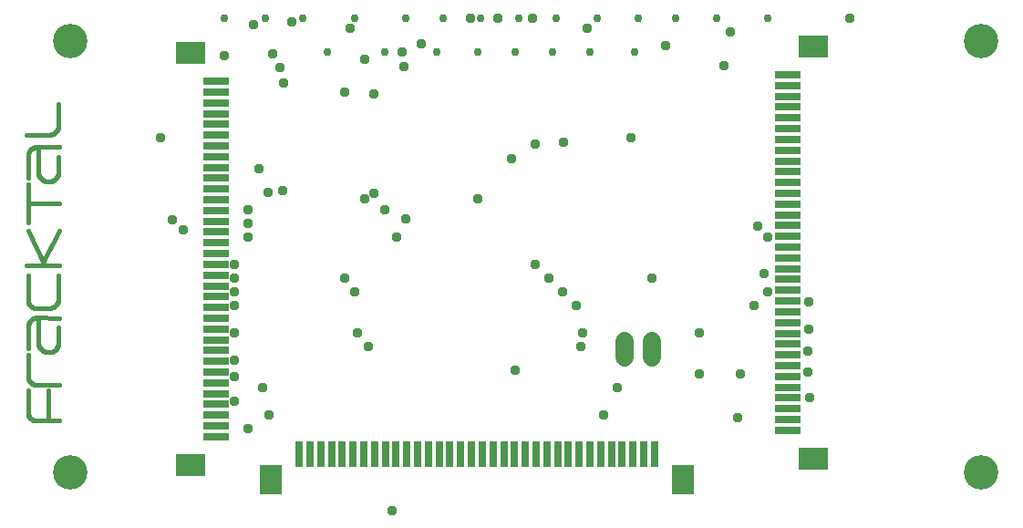
<source format=gbr>
G04 EAGLE Gerber RS-274X export*
G75*
%MOMM*%
%FSLAX34Y34*%
%LPD*%
%INSoldermask Top*%
%IPPOS*%
%AMOC8*
5,1,8,0,0,1.08239X$1,22.5*%
G01*
%ADD10C,3.203194*%
%ADD11R,0.803200X2.403200*%
%ADD12R,2.003200X2.803200*%
%ADD13R,2.403200X0.803200*%
%ADD14R,2.803200X2.003200*%
%ADD15C,0.762000*%
%ADD16C,0.406400*%
%ADD17C,1.727200*%
%ADD18C,0.959600*%


D10*
X164815Y536866D03*
X1011025Y536866D03*
X1011025Y136866D03*
X164815Y136866D03*
D11*
X417505Y153595D03*
X407505Y153595D03*
X427505Y153595D03*
X397505Y153595D03*
D12*
X733505Y129595D03*
X351505Y129595D03*
D11*
X387505Y153595D03*
X377505Y153595D03*
X437505Y153595D03*
X447505Y153595D03*
X457505Y153595D03*
X467505Y153595D03*
X477505Y153595D03*
X487505Y153595D03*
X497505Y153595D03*
X507505Y153595D03*
X517505Y153595D03*
X527505Y153595D03*
X537505Y153595D03*
X547505Y153595D03*
X557505Y153595D03*
X567505Y153595D03*
X577505Y153595D03*
X587505Y153595D03*
X597505Y153595D03*
X607505Y153595D03*
X617505Y153595D03*
X627505Y153595D03*
X637505Y153595D03*
X647505Y153595D03*
X657505Y153595D03*
X667505Y153595D03*
X677505Y153595D03*
X687505Y153595D03*
X697505Y153595D03*
X707505Y153595D03*
D13*
X300400Y459900D03*
X300400Y469900D03*
X300400Y449900D03*
X300400Y479900D03*
D14*
X276400Y143900D03*
X276400Y525900D03*
D13*
X300400Y489900D03*
X300400Y499900D03*
X300400Y439900D03*
X300400Y429900D03*
X300400Y419900D03*
X300400Y409900D03*
X300400Y399900D03*
X300400Y389900D03*
X300400Y379900D03*
X300400Y369900D03*
X300400Y359900D03*
X300400Y349900D03*
X300400Y339900D03*
X300400Y329900D03*
X300400Y319900D03*
X300400Y309900D03*
X300400Y299900D03*
X300400Y289900D03*
X300400Y279900D03*
X300400Y269900D03*
X300400Y259900D03*
X300400Y249900D03*
X300400Y239900D03*
X300400Y229900D03*
X300400Y219900D03*
X300400Y209900D03*
X300400Y199900D03*
X300400Y189900D03*
X300400Y179900D03*
X300400Y169900D03*
X831070Y215870D03*
X831070Y205870D03*
X831070Y225870D03*
X831070Y195870D03*
D14*
X855070Y531870D03*
X855070Y149870D03*
D13*
X831070Y185870D03*
X831070Y175870D03*
X831070Y235870D03*
X831070Y245870D03*
X831070Y255870D03*
X831070Y265870D03*
X831070Y275870D03*
X831070Y285870D03*
X831070Y295870D03*
X831070Y305870D03*
X831070Y315870D03*
X831070Y325870D03*
X831070Y335870D03*
X831070Y345870D03*
X831070Y355870D03*
X831070Y365870D03*
X831070Y375870D03*
X831070Y385870D03*
X831070Y395870D03*
X831070Y405870D03*
X831070Y415870D03*
X831070Y425870D03*
X831070Y435870D03*
X831070Y445870D03*
X831070Y455870D03*
X831070Y465870D03*
X831070Y475870D03*
X831070Y485870D03*
X831070Y495870D03*
X831070Y505870D03*
D15*
X346075Y558800D03*
X381000Y558800D03*
X654050Y558800D03*
X615950Y558800D03*
X428625Y558800D03*
X457200Y527050D03*
X504825Y527050D03*
X542925Y527050D03*
X476250Y558800D03*
X727075Y558800D03*
X765175Y558800D03*
X812800Y558800D03*
X403225Y527050D03*
X577850Y527050D03*
X612775Y527050D03*
X647700Y527050D03*
X688975Y527050D03*
X546100Y558800D03*
X581025Y558800D03*
X511175Y558800D03*
X307975Y558800D03*
X692150Y558800D03*
D16*
X125857Y212852D02*
X125603Y193294D01*
X125603Y192532D01*
X125605Y192348D01*
X125612Y192164D01*
X125623Y191980D01*
X125639Y191797D01*
X125659Y191614D01*
X125683Y191431D01*
X125712Y191249D01*
X125745Y191068D01*
X125783Y190888D01*
X125824Y190708D01*
X125871Y190530D01*
X125921Y190353D01*
X125976Y190177D01*
X126035Y190003D01*
X126098Y189830D01*
X126166Y189659D01*
X126237Y189489D01*
X126313Y189321D01*
X126392Y189155D01*
X126476Y188991D01*
X126563Y188829D01*
X126655Y188669D01*
X126750Y188511D01*
X126849Y188356D01*
X126952Y188203D01*
X127058Y188053D01*
X127168Y187905D01*
X127282Y187760D01*
X127399Y187618D01*
X127519Y187479D01*
X127643Y187343D01*
X127770Y187209D01*
X127900Y187079D01*
X128034Y186952D01*
X128170Y186828D01*
X128309Y186708D01*
X128451Y186591D01*
X128596Y186477D01*
X128744Y186367D01*
X128894Y186261D01*
X129047Y186158D01*
X129202Y186059D01*
X129360Y185964D01*
X129520Y185872D01*
X129682Y185785D01*
X129846Y185701D01*
X130012Y185622D01*
X130180Y185546D01*
X130350Y185475D01*
X130521Y185407D01*
X130694Y185344D01*
X130868Y185285D01*
X131044Y185230D01*
X131221Y185180D01*
X131399Y185133D01*
X131579Y185092D01*
X131759Y185054D01*
X131940Y185021D01*
X132122Y184992D01*
X132305Y184968D01*
X132488Y184948D01*
X132671Y184932D01*
X132855Y184921D01*
X133039Y184914D01*
X133223Y184912D01*
X154559Y184912D01*
X144145Y187198D02*
X144145Y212852D01*
X125603Y226060D02*
X125603Y245618D01*
X125603Y226060D02*
X125605Y225863D01*
X125613Y225665D01*
X125625Y225469D01*
X125641Y225272D01*
X125663Y225076D01*
X125689Y224880D01*
X125720Y224685D01*
X125756Y224491D01*
X125796Y224298D01*
X125841Y224106D01*
X125891Y223915D01*
X125945Y223725D01*
X126004Y223537D01*
X126068Y223350D01*
X126136Y223165D01*
X126208Y222981D01*
X126285Y222800D01*
X126366Y222620D01*
X126452Y222442D01*
X126542Y222266D01*
X126636Y222093D01*
X126735Y221922D01*
X126837Y221753D01*
X126944Y221587D01*
X127054Y221424D01*
X127169Y221263D01*
X127287Y221105D01*
X127409Y220950D01*
X127535Y220798D01*
X127664Y220649D01*
X127797Y220504D01*
X127934Y220361D01*
X128074Y220222D01*
X128217Y220086D01*
X128364Y219954D01*
X128514Y219826D01*
X128666Y219701D01*
X128822Y219580D01*
X128981Y219462D01*
X129142Y219349D01*
X129306Y219240D01*
X129473Y219134D01*
X129643Y219033D01*
X129814Y218936D01*
X129988Y218843D01*
X130165Y218754D01*
X130343Y218669D01*
X130523Y218589D01*
X130705Y218513D01*
X130889Y218442D01*
X131075Y218375D01*
X131262Y218313D01*
X131451Y218255D01*
X131641Y218202D01*
X131832Y218154D01*
X132025Y218110D01*
X132218Y218071D01*
X132412Y218036D01*
X132608Y218007D01*
X132803Y217982D01*
X133000Y217961D01*
X133196Y217946D01*
X133393Y217935D01*
X133591Y217929D01*
X133788Y217928D01*
X133985Y217932D01*
X154559Y217678D01*
X125857Y251968D02*
X125857Y272288D01*
X125859Y272487D01*
X125867Y272685D01*
X125879Y272883D01*
X125896Y273081D01*
X125918Y273279D01*
X125944Y273476D01*
X125976Y273672D01*
X126012Y273867D01*
X126053Y274062D01*
X126098Y274255D01*
X126149Y274447D01*
X126204Y274638D01*
X126264Y274827D01*
X126328Y275015D01*
X126397Y275202D01*
X126470Y275386D01*
X126548Y275569D01*
X126631Y275750D01*
X126717Y275928D01*
X126808Y276105D01*
X126904Y276279D01*
X127003Y276451D01*
X127107Y276621D01*
X127215Y276787D01*
X127327Y276951D01*
X127443Y277113D01*
X127563Y277271D01*
X127686Y277427D01*
X127814Y277579D01*
X127945Y277728D01*
X128080Y277874D01*
X128218Y278017D01*
X128359Y278156D01*
X128505Y278292D01*
X128653Y278424D01*
X128804Y278553D01*
X128959Y278678D01*
X129116Y278799D01*
X129277Y278916D01*
X129440Y279029D01*
X129606Y279138D01*
X129775Y279243D01*
X129946Y279344D01*
X130120Y279440D01*
X130295Y279533D01*
X130474Y279621D01*
X130654Y279705D01*
X130836Y279784D01*
X131020Y279859D01*
X131206Y279929D01*
X131393Y279995D01*
X131582Y280056D01*
X131773Y280112D01*
X131964Y280164D01*
X132157Y280211D01*
X132352Y280253D01*
X132547Y280291D01*
X132742Y280324D01*
X132939Y280352D01*
X133136Y280375D01*
X133334Y280394D01*
X133532Y280407D01*
X133731Y280416D01*
X154813Y280162D01*
X153797Y271272D02*
X153797Y257048D01*
X153794Y256833D01*
X153787Y256617D01*
X153774Y256402D01*
X153755Y256187D01*
X153732Y255973D01*
X153703Y255760D01*
X153669Y255547D01*
X153630Y255335D01*
X153586Y255124D01*
X153537Y254914D01*
X153483Y254706D01*
X153424Y254499D01*
X153360Y254293D01*
X153290Y254089D01*
X153216Y253887D01*
X153137Y253686D01*
X153053Y253488D01*
X152965Y253291D01*
X152871Y253097D01*
X152773Y252905D01*
X152671Y252716D01*
X152563Y252529D01*
X152452Y252345D01*
X152335Y252163D01*
X152215Y251985D01*
X152090Y251809D01*
X151961Y251636D01*
X151828Y251467D01*
X151691Y251301D01*
X151550Y251138D01*
X151404Y250979D01*
X151255Y250823D01*
X151103Y250671D01*
X150947Y250523D01*
X150787Y250378D01*
X150623Y250238D01*
X150457Y250101D01*
X150287Y249969D01*
X150114Y249840D01*
X149938Y249716D01*
X149759Y249596D01*
X149577Y249481D01*
X149392Y249370D01*
X149205Y249263D01*
X149015Y249162D01*
X148822Y249064D01*
X148628Y248972D01*
X148431Y248884D01*
X148232Y248801D01*
X148032Y248722D01*
X147829Y248649D01*
X147625Y248581D01*
X147419Y248517D01*
X147211Y248459D01*
X147003Y248405D01*
X146793Y248357D01*
X146582Y248314D01*
X146370Y248276D01*
X146157Y248243D01*
X145943Y248215D01*
X145729Y248192D01*
X145514Y248175D01*
X145299Y248163D01*
X145083Y248156D01*
X144868Y248154D01*
X144653Y248158D01*
X144408Y248168D01*
X144164Y248184D01*
X143921Y248205D01*
X143678Y248233D01*
X143436Y248267D01*
X143195Y248306D01*
X142954Y248352D01*
X142715Y248403D01*
X142478Y248460D01*
X142241Y248523D01*
X142007Y248591D01*
X141774Y248665D01*
X141543Y248745D01*
X141314Y248831D01*
X141087Y248922D01*
X140862Y249018D01*
X140640Y249120D01*
X140421Y249228D01*
X140204Y249340D01*
X139990Y249458D01*
X139778Y249582D01*
X139570Y249710D01*
X139365Y249843D01*
X139164Y249981D01*
X138966Y250124D01*
X138771Y250272D01*
X138580Y250425D01*
X138393Y250582D01*
X138210Y250744D01*
X138030Y250910D01*
X137855Y251081D01*
X137684Y251255D01*
X137517Y251434D01*
X137355Y251617D01*
X137197Y251804D01*
X137044Y251994D01*
X136896Y252188D01*
X136752Y252386D01*
X136613Y252587D01*
X136479Y252792D01*
X136350Y253000D01*
X136227Y253210D01*
X136108Y253424D01*
X135995Y253641D01*
X135887Y253860D01*
X135784Y254082D01*
X135687Y254306D01*
X135595Y254533D01*
X135509Y254762D01*
X135509Y278384D01*
X125603Y296926D02*
X125603Y319278D01*
X125603Y296926D02*
X125605Y296733D01*
X125612Y296539D01*
X125624Y296346D01*
X125641Y296154D01*
X125662Y295961D01*
X125688Y295770D01*
X125719Y295579D01*
X125754Y295389D01*
X125794Y295199D01*
X125838Y295011D01*
X125887Y294824D01*
X125941Y294638D01*
X125999Y294454D01*
X126062Y294271D01*
X126129Y294090D01*
X126201Y293910D01*
X126277Y293732D01*
X126357Y293556D01*
X126441Y293382D01*
X126530Y293210D01*
X126623Y293041D01*
X126720Y292874D01*
X126821Y292709D01*
X126927Y292546D01*
X127036Y292387D01*
X127149Y292230D01*
X127265Y292075D01*
X127386Y291924D01*
X127510Y291776D01*
X127638Y291631D01*
X127769Y291489D01*
X127904Y291350D01*
X128042Y291214D01*
X128183Y291082D01*
X128327Y290954D01*
X128475Y290829D01*
X128626Y290707D01*
X128779Y290590D01*
X128936Y290476D01*
X129095Y290366D01*
X129256Y290260D01*
X129421Y290158D01*
X129587Y290060D01*
X129756Y289966D01*
X129928Y289876D01*
X130101Y289791D01*
X130277Y289710D01*
X130454Y289633D01*
X130633Y289560D01*
X130814Y289492D01*
X130997Y289428D01*
X131181Y289369D01*
X131367Y289314D01*
X131553Y289264D01*
X131741Y289219D01*
X131930Y289178D01*
X132120Y289141D01*
X132311Y289110D01*
X132503Y289083D01*
X132695Y289060D01*
X132887Y289043D01*
X133080Y289030D01*
X133273Y289022D01*
X133467Y289018D01*
X133660Y289019D01*
X133854Y289025D01*
X134047Y289036D01*
X134239Y289052D01*
X145669Y289306D01*
X145874Y289313D01*
X146079Y289325D01*
X146284Y289342D01*
X146488Y289364D01*
X146692Y289391D01*
X146894Y289423D01*
X147096Y289459D01*
X147297Y289501D01*
X147497Y289548D01*
X147696Y289599D01*
X147894Y289655D01*
X148090Y289716D01*
X148284Y289781D01*
X148477Y289852D01*
X148668Y289927D01*
X148858Y290006D01*
X149045Y290090D01*
X149230Y290179D01*
X149413Y290272D01*
X149594Y290369D01*
X149772Y290471D01*
X149948Y290577D01*
X150121Y290688D01*
X150291Y290802D01*
X150459Y290921D01*
X150624Y291044D01*
X150785Y291170D01*
X150944Y291301D01*
X151099Y291435D01*
X151251Y291573D01*
X151400Y291715D01*
X151545Y291860D01*
X151686Y292009D01*
X151824Y292161D01*
X151958Y292316D01*
X152089Y292475D01*
X152215Y292636D01*
X152338Y292801D01*
X152456Y292969D01*
X152571Y293139D01*
X152681Y293312D01*
X152787Y293488D01*
X152889Y293666D01*
X152986Y293847D01*
X153079Y294030D01*
X153168Y294215D01*
X153252Y294403D01*
X153331Y294592D01*
X153406Y294783D01*
X153476Y294976D01*
X153542Y295171D01*
X153603Y295367D01*
X153658Y295564D01*
X153710Y295763D01*
X153756Y295963D01*
X153797Y296164D01*
X154051Y319278D01*
X140843Y328930D02*
X124587Y328930D01*
X140843Y328930D02*
X154813Y328930D01*
X140843Y328930D02*
X125603Y360934D01*
X154305Y360934D02*
X139827Y331724D01*
X126111Y368554D02*
X126111Y404114D01*
X125857Y386588D02*
X154559Y386588D01*
X125857Y410464D02*
X125857Y430784D01*
X125859Y430983D01*
X125867Y431181D01*
X125879Y431379D01*
X125896Y431577D01*
X125918Y431775D01*
X125944Y431972D01*
X125976Y432168D01*
X126012Y432363D01*
X126053Y432558D01*
X126098Y432751D01*
X126149Y432943D01*
X126204Y433134D01*
X126264Y433323D01*
X126328Y433511D01*
X126397Y433698D01*
X126470Y433882D01*
X126548Y434065D01*
X126631Y434246D01*
X126717Y434424D01*
X126808Y434601D01*
X126904Y434775D01*
X127003Y434947D01*
X127107Y435117D01*
X127215Y435283D01*
X127327Y435447D01*
X127443Y435609D01*
X127563Y435767D01*
X127686Y435923D01*
X127814Y436075D01*
X127945Y436224D01*
X128080Y436370D01*
X128218Y436513D01*
X128359Y436652D01*
X128505Y436788D01*
X128653Y436920D01*
X128804Y437049D01*
X128959Y437174D01*
X129116Y437295D01*
X129277Y437412D01*
X129440Y437525D01*
X129606Y437634D01*
X129775Y437739D01*
X129946Y437840D01*
X130120Y437936D01*
X130295Y438029D01*
X130474Y438117D01*
X130654Y438201D01*
X130836Y438280D01*
X131020Y438355D01*
X131206Y438425D01*
X131393Y438491D01*
X131582Y438552D01*
X131773Y438608D01*
X131964Y438660D01*
X132157Y438707D01*
X132352Y438749D01*
X132547Y438787D01*
X132742Y438820D01*
X132939Y438848D01*
X133136Y438871D01*
X133334Y438890D01*
X133532Y438903D01*
X133731Y438912D01*
X154813Y438658D01*
X153797Y429768D02*
X153797Y415544D01*
X153794Y415329D01*
X153787Y415113D01*
X153774Y414898D01*
X153755Y414683D01*
X153732Y414469D01*
X153703Y414256D01*
X153669Y414043D01*
X153630Y413831D01*
X153586Y413620D01*
X153537Y413410D01*
X153483Y413202D01*
X153424Y412995D01*
X153360Y412789D01*
X153290Y412585D01*
X153216Y412383D01*
X153137Y412182D01*
X153053Y411984D01*
X152965Y411787D01*
X152871Y411593D01*
X152773Y411401D01*
X152671Y411212D01*
X152563Y411025D01*
X152452Y410841D01*
X152335Y410659D01*
X152215Y410481D01*
X152090Y410305D01*
X151961Y410132D01*
X151828Y409963D01*
X151691Y409797D01*
X151550Y409634D01*
X151404Y409475D01*
X151255Y409319D01*
X151103Y409167D01*
X150947Y409019D01*
X150787Y408874D01*
X150623Y408734D01*
X150457Y408597D01*
X150287Y408465D01*
X150114Y408336D01*
X149938Y408212D01*
X149759Y408092D01*
X149577Y407977D01*
X149392Y407866D01*
X149205Y407759D01*
X149015Y407658D01*
X148822Y407560D01*
X148628Y407468D01*
X148431Y407380D01*
X148232Y407297D01*
X148032Y407218D01*
X147829Y407145D01*
X147625Y407077D01*
X147419Y407013D01*
X147211Y406955D01*
X147003Y406901D01*
X146793Y406853D01*
X146582Y406810D01*
X146370Y406772D01*
X146157Y406739D01*
X145943Y406711D01*
X145729Y406688D01*
X145514Y406671D01*
X145299Y406659D01*
X145083Y406652D01*
X144868Y406650D01*
X144653Y406654D01*
X144408Y406664D01*
X144164Y406680D01*
X143921Y406701D01*
X143678Y406729D01*
X143436Y406763D01*
X143195Y406802D01*
X142954Y406848D01*
X142715Y406899D01*
X142478Y406956D01*
X142241Y407019D01*
X142007Y407087D01*
X141774Y407161D01*
X141543Y407241D01*
X141314Y407327D01*
X141087Y407418D01*
X140862Y407514D01*
X140640Y407616D01*
X140421Y407724D01*
X140204Y407836D01*
X139990Y407954D01*
X139778Y408078D01*
X139570Y408206D01*
X139365Y408339D01*
X139164Y408477D01*
X138966Y408620D01*
X138771Y408768D01*
X138580Y408921D01*
X138393Y409078D01*
X138210Y409240D01*
X138030Y409406D01*
X137855Y409577D01*
X137684Y409751D01*
X137517Y409930D01*
X137355Y410113D01*
X137197Y410300D01*
X137044Y410490D01*
X136896Y410684D01*
X136752Y410882D01*
X136613Y411083D01*
X136479Y411288D01*
X136350Y411496D01*
X136227Y411706D01*
X136108Y411920D01*
X135995Y412137D01*
X135887Y412356D01*
X135784Y412578D01*
X135687Y412802D01*
X135595Y413029D01*
X135509Y413258D01*
X135509Y436880D01*
X145669Y450342D02*
X124333Y450342D01*
X145669Y450342D02*
X145869Y450344D01*
X146070Y450352D01*
X146270Y450364D01*
X146469Y450381D01*
X146669Y450403D01*
X146867Y450430D01*
X147065Y450462D01*
X147262Y450499D01*
X147458Y450540D01*
X147653Y450587D01*
X147847Y450638D01*
X148040Y450694D01*
X148231Y450754D01*
X148420Y450819D01*
X148608Y450889D01*
X148794Y450964D01*
X148978Y451043D01*
X149161Y451126D01*
X149341Y451214D01*
X149519Y451306D01*
X149694Y451403D01*
X149867Y451504D01*
X150038Y451609D01*
X150206Y451718D01*
X150371Y451832D01*
X150534Y451949D01*
X150693Y452070D01*
X150850Y452196D01*
X151003Y452325D01*
X151153Y452457D01*
X151300Y452594D01*
X151444Y452734D01*
X151584Y452877D01*
X151720Y453024D01*
X151853Y453174D01*
X151982Y453328D01*
X152107Y453484D01*
X152228Y453643D01*
X152346Y453806D01*
X152459Y453971D01*
X152569Y454139D01*
X152674Y454310D01*
X152775Y454483D01*
X152871Y454659D01*
X152964Y454836D01*
X153052Y455017D01*
X153135Y455199D01*
X153214Y455383D01*
X153288Y455569D01*
X153358Y455757D01*
X153424Y455946D01*
X153484Y456138D01*
X153540Y456330D01*
X153591Y456524D01*
X153637Y456719D01*
X153679Y456915D01*
X153716Y457112D01*
X153747Y457310D01*
X153774Y457508D01*
X153797Y457708D01*
X154051Y478536D01*
D17*
X704850Y258445D02*
X704850Y243205D01*
X679450Y243205D02*
X679450Y258445D01*
D18*
X307975Y523494D03*
X248666Y447675D03*
X335407Y552450D03*
X457200Y381000D03*
X330200Y381000D03*
X259969Y371475D03*
X370332Y554990D03*
X330200Y355600D03*
X812800Y355600D03*
X467881Y355600D03*
X593725Y558800D03*
X330200Y368300D03*
X803275Y365125D03*
X476631Y371856D03*
X644525Y549275D03*
X717550Y533400D03*
X771671Y514204D03*
X777875Y546100D03*
X463550Y101600D03*
X330200Y177800D03*
X339725Y419100D03*
X577850Y231775D03*
X352425Y525272D03*
X317500Y317500D03*
X809244Y321056D03*
X609600Y317500D03*
X419834Y317500D03*
X704850Y317500D03*
X419834Y489684D03*
X317500Y304800D03*
X812800Y304800D03*
X622300Y304800D03*
X429006Y304800D03*
X473075Y527050D03*
X317500Y292100D03*
X800100Y292100D03*
X635000Y292100D03*
X850900Y295275D03*
X542925Y390525D03*
X638907Y254000D03*
X317500Y241300D03*
X447210Y395859D03*
X441325Y254000D03*
X447210Y487723D03*
X474726Y513842D03*
X490728Y535079D03*
X640685Y266700D03*
X317500Y266700D03*
X438122Y390525D03*
X431800Y266700D03*
X438122Y520672D03*
X660400Y190500D03*
X317500Y203200D03*
X362712Y498094D03*
X362501Y398371D03*
X349250Y190500D03*
X561975Y558800D03*
X673100Y215900D03*
X317500Y225425D03*
X359509Y512953D03*
X348841Y396875D03*
X343888Y215900D03*
X536956Y558292D03*
X849503Y249428D03*
X596773Y441960D03*
X749300Y228600D03*
X749300Y266700D03*
X850900Y269875D03*
X574294Y427736D03*
X851281Y206375D03*
X685419Y447167D03*
X784225Y187325D03*
X787400Y228600D03*
X849503Y229997D03*
X622808Y443357D03*
X596900Y330200D03*
X317500Y330200D03*
X269875Y361950D03*
X425069Y549275D03*
X889000Y558800D03*
M02*

</source>
